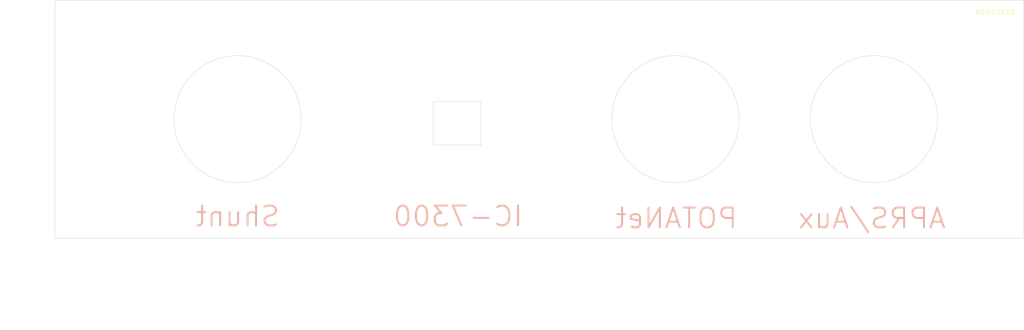
<source format=kicad_pcb>
(kicad_pcb (version 20211014) (generator pcbnew)
  (layers (0 "F.Cu" signal) (31 "B.Cu" signal) (34 "B.Paste" user) (35 "F.Paste" user) (36 "B.SilkS" user "B.Silkscreen") (37 "F.SilkS" user "F.Silkscreen") (38 "B.Mask" user) (39 "F.Mask" user) (44 "Edge.Cuts" user))
  (net 0 "")
  (footprint "MountingHole:MountingHole_3.2mm_M3" (layer "F.Cu") (at 138.75 86.5)
    (fp_text reference "REF**" hide)
    (fp_text value "MountingHole_3.2mm_M3")
    (pad "" np_thru_hole circle (at 0 0) (size 3.2 3.2) (drill 3.2) (layers *.Cu *.Mask))
  )
  (footprint "MountingHole:MountingHole_3.2mm_M3" (layer "F.Cu") (at 111.75 86.5)
    (fp_text reference "REF**" hide)
    (fp_text value "MountingHole_3.2mm_M3")
    (pad "" np_thru_hole circle (at 0 0) (size 3.2 3.2) (drill 3.2) (layers *.Cu *.Mask))
  )
  (gr_rect (start 24 115.5) (end 268 55.5) (layer "Edge.Cuts") (width 0.1) (fill none))
  (gr_circle (center 230.24219 85.5) (end 242.74219 95.5) (layer "Edge.Cuts") (width 0.1) (fill none))
  (gr_circle (center 69.992189 85.5) (end 86 85.5) (layer "Edge.Cuts") (width 0.1) (fill none))
  (gr_circle (center 180.24219 85.5) (end 192.74219 95.5) (layer "Edge.Cuts") (width 0.1) (fill none))
  (gr_rect (start 119.25 81) (end 131.25 92) (layer "Edge.Cuts") (width 0.1) (fill none))
  (gr_text "IC-7300" (at 125.5 110) (layer "B.SilkS") (effects (font (size 5 5) (thickness 0.5)) (justify mirror)))
  (gr_text "Shunt" (at 70 110) (layer "B.SilkS") (effects (font (size 5 5) (thickness 0.5)) (justify mirror)))
  (gr_text "APRS/Aux" (at 229.74219 110.5) (layer "B.SilkS") (effects (font (size 5 5) (thickness 0.5)) (justify mirror)))
  (gr_text "POTANet" (at 180.5 110.5) (layer "B.SilkS") (effects (font (size 5 5) (thickness 0.5)) (justify mirror)))
  (gr_text "JLCJLCJLCJLC" (at 260.75 58.5) (layer "F.SilkS") (effects (font (size 1 1))))
)
</source>
